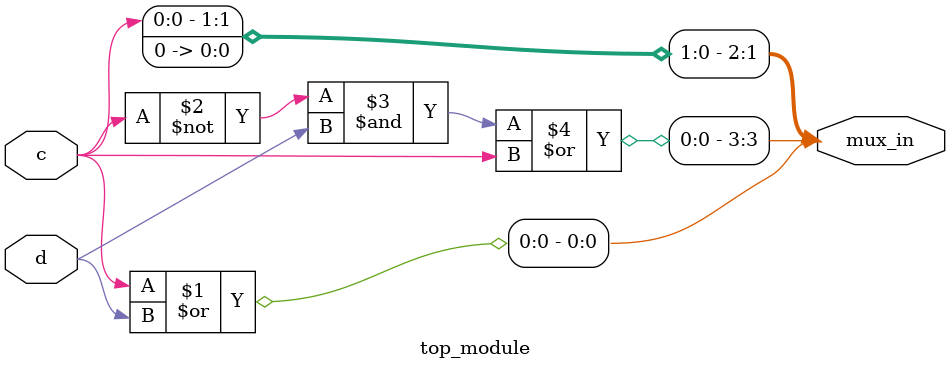
<source format=sv>
module top_module (
    input c,
    input d,
    output [3:0] mux_in
);
    assign mux_in[0] = c | d;      // ab = 00
    assign mux_in[1] = 1'b0;       // ab = 01
    assign mux_in[2] = c;          // ab = 11
    assign mux_in[3] = ~c & d | c; // ab = 10

endmodule

</source>
